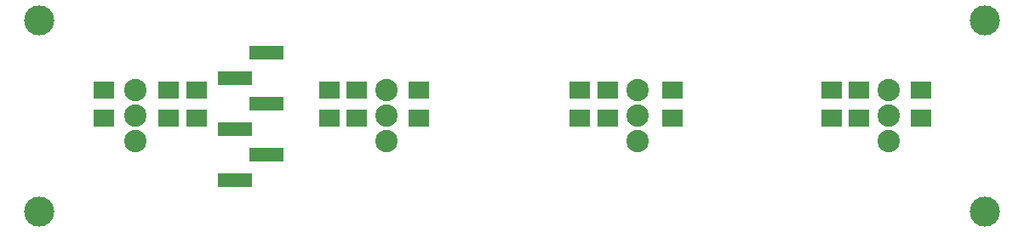
<source format=gbr>
G04 DipTrace 3.3.1.3*
G04 TopMask.gbr*
%MOIN*%
G04 #@! TF.FileFunction,Soldermask,Top*
G04 #@! TF.Part,Single*
%ADD38C,0.11811*%
%ADD45R,0.07874X0.070866*%
%ADD47C,0.087874*%
%ADD49R,0.133071X0.057874*%
%FSLAX26Y26*%
G04*
G70*
G90*
G75*
G01*
G04 TopMask*
%LPD*%
D49*
X1275984Y635827D3*
X1401181Y735827D3*
X1275984Y835827D3*
X1401181Y935827D3*
X1275984Y1035827D3*
X1401181Y1135827D3*
D47*
X3838583Y786327D3*
Y886327D3*
Y986327D3*
D45*
X3612672Y987520D3*
Y877283D3*
X3962980D3*
Y987520D3*
X3720472Y877283D3*
Y987520D3*
D47*
X2854331Y786327D3*
Y886327D3*
Y986327D3*
D45*
X2628420Y987520D3*
Y877283D3*
X2989541D3*
Y987520D3*
X2736220Y877283D3*
Y987520D3*
D47*
X1870079Y786327D3*
Y886327D3*
Y986327D3*
D45*
X1754021Y986501D3*
Y876265D3*
X1997381Y877283D3*
Y987520D3*
X1645888Y877283D3*
Y987520D3*
D47*
X885827Y786327D3*
Y886327D3*
Y986327D3*
D45*
X1017701Y986501D3*
Y876265D3*
X764980Y877283D3*
Y987520D3*
X1126900Y877301D3*
Y987537D3*
D38*
X511811Y511811D3*
Y1259843D3*
X4212598D3*
Y511811D3*
M02*

</source>
